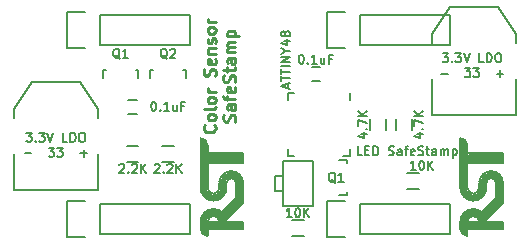
<source format=gbr>
G04 #@! TF.FileFunction,Legend,Top*
%FSLAX46Y46*%
G04 Gerber Fmt 4.6, Leading zero omitted, Abs format (unit mm)*
G04 Created by KiCad (PCBNEW (2015-09-02 BZR 6149, Git 4a56ee4)-product) date 11/10/2015 2:24:38 PM*
%MOMM*%
G01*
G04 APERTURE LIST*
%ADD10C,0.100000*%
%ADD11C,0.190500*%
%ADD12C,0.200000*%
%ADD13C,0.254000*%
%ADD14C,0.150000*%
%ADD15C,0.203200*%
G04 APERTURE END LIST*
D10*
D11*
X73127000Y-56894856D02*
X73127000Y-56531999D01*
X73344714Y-56967428D02*
X72582714Y-56713428D01*
X73344714Y-56459428D01*
X72582714Y-56314285D02*
X72582714Y-55878856D01*
X73344714Y-56096570D02*
X72582714Y-56096570D01*
X72582714Y-55733714D02*
X72582714Y-55298285D01*
X73344714Y-55515999D02*
X72582714Y-55515999D01*
X73344714Y-55044285D02*
X72582714Y-55044285D01*
X73344714Y-54681428D02*
X72582714Y-54681428D01*
X73344714Y-54246000D01*
X72582714Y-54246000D01*
X72981857Y-53738000D02*
X73344714Y-53738000D01*
X72582714Y-53992000D02*
X72981857Y-53738000D01*
X72582714Y-53484000D01*
X72836714Y-52903428D02*
X73344714Y-52903428D01*
X72546429Y-53084857D02*
X73090714Y-53266285D01*
X73090714Y-52794571D01*
X72909286Y-52395428D02*
X72873000Y-52468000D01*
X72836714Y-52504285D01*
X72764143Y-52540571D01*
X72727857Y-52540571D01*
X72655286Y-52504285D01*
X72619000Y-52468000D01*
X72582714Y-52395428D01*
X72582714Y-52250285D01*
X72619000Y-52177714D01*
X72655286Y-52141428D01*
X72727857Y-52105143D01*
X72764143Y-52105143D01*
X72836714Y-52141428D01*
X72873000Y-52177714D01*
X72909286Y-52250285D01*
X72909286Y-52395428D01*
X72945571Y-52468000D01*
X72981857Y-52504285D01*
X73054429Y-52540571D01*
X73199571Y-52540571D01*
X73272143Y-52504285D01*
X73308429Y-52468000D01*
X73344714Y-52395428D01*
X73344714Y-52250285D01*
X73308429Y-52177714D01*
X73272143Y-52141428D01*
X73199571Y-52105143D01*
X73054429Y-52105143D01*
X72981857Y-52141428D01*
X72945571Y-52177714D01*
X72909286Y-52250285D01*
X77177429Y-64917286D02*
X77104857Y-64881000D01*
X77032286Y-64808429D01*
X76923429Y-64699571D01*
X76850857Y-64663286D01*
X76778286Y-64663286D01*
X76814571Y-64844714D02*
X76742000Y-64808429D01*
X76669429Y-64735857D01*
X76633143Y-64590714D01*
X76633143Y-64336714D01*
X76669429Y-64191571D01*
X76742000Y-64119000D01*
X76814571Y-64082714D01*
X76959714Y-64082714D01*
X77032286Y-64119000D01*
X77104857Y-64191571D01*
X77141143Y-64336714D01*
X77141143Y-64590714D01*
X77104857Y-64735857D01*
X77032286Y-64808429D01*
X76959714Y-64844714D01*
X76814571Y-64844714D01*
X77866857Y-64844714D02*
X77431429Y-64844714D01*
X77649143Y-64844714D02*
X77649143Y-64082714D01*
X77576572Y-64191571D01*
X77504000Y-64264143D01*
X77431429Y-64300429D01*
X83973857Y-63844714D02*
X83538429Y-63844714D01*
X83756143Y-63844714D02*
X83756143Y-63082714D01*
X83683572Y-63191571D01*
X83611000Y-63264143D01*
X83538429Y-63300429D01*
X84445571Y-63082714D02*
X84518143Y-63082714D01*
X84590714Y-63119000D01*
X84627000Y-63155286D01*
X84663286Y-63227857D01*
X84699571Y-63373000D01*
X84699571Y-63554429D01*
X84663286Y-63699571D01*
X84627000Y-63772143D01*
X84590714Y-63808429D01*
X84518143Y-63844714D01*
X84445571Y-63844714D01*
X84373000Y-63808429D01*
X84336714Y-63772143D01*
X84300429Y-63699571D01*
X84264143Y-63554429D01*
X84264143Y-63373000D01*
X84300429Y-63227857D01*
X84336714Y-63155286D01*
X84373000Y-63119000D01*
X84445571Y-63082714D01*
X85026143Y-63844714D02*
X85026143Y-63082714D01*
X85461571Y-63844714D02*
X85135000Y-63409286D01*
X85461571Y-63082714D02*
X85026143Y-63518143D01*
X73473857Y-67844714D02*
X73038429Y-67844714D01*
X73256143Y-67844714D02*
X73256143Y-67082714D01*
X73183572Y-67191571D01*
X73111000Y-67264143D01*
X73038429Y-67300429D01*
X73945571Y-67082714D02*
X74018143Y-67082714D01*
X74090714Y-67119000D01*
X74127000Y-67155286D01*
X74163286Y-67227857D01*
X74199571Y-67373000D01*
X74199571Y-67554429D01*
X74163286Y-67699571D01*
X74127000Y-67772143D01*
X74090714Y-67808429D01*
X74018143Y-67844714D01*
X73945571Y-67844714D01*
X73873000Y-67808429D01*
X73836714Y-67772143D01*
X73800429Y-67699571D01*
X73764143Y-67554429D01*
X73764143Y-67373000D01*
X73800429Y-67227857D01*
X73836714Y-67155286D01*
X73873000Y-67119000D01*
X73945571Y-67082714D01*
X74526143Y-67844714D02*
X74526143Y-67082714D01*
X74961571Y-67844714D02*
X74635000Y-67409286D01*
X74961571Y-67082714D02*
X74526143Y-67518143D01*
X84086714Y-60780142D02*
X84594714Y-60780142D01*
X83796429Y-60961571D02*
X84340714Y-61142999D01*
X84340714Y-60671285D01*
X84522143Y-60380999D02*
X84558429Y-60344714D01*
X84594714Y-60380999D01*
X84558429Y-60417285D01*
X84522143Y-60380999D01*
X84594714Y-60380999D01*
X83832714Y-60090714D02*
X83832714Y-59582714D01*
X84594714Y-59909285D01*
X84594714Y-59292428D02*
X83832714Y-59292428D01*
X84594714Y-58857000D02*
X84159286Y-59183571D01*
X83832714Y-58857000D02*
X84268143Y-59292428D01*
X79336714Y-60780142D02*
X79844714Y-60780142D01*
X79046429Y-60961571D02*
X79590714Y-61142999D01*
X79590714Y-60671285D01*
X79772143Y-60380999D02*
X79808429Y-60344714D01*
X79844714Y-60380999D01*
X79808429Y-60417285D01*
X79772143Y-60380999D01*
X79844714Y-60380999D01*
X79082714Y-60090714D02*
X79082714Y-59582714D01*
X79844714Y-59909285D01*
X79844714Y-59292428D02*
X79082714Y-59292428D01*
X79844714Y-58857000D02*
X79409286Y-59183571D01*
X79082714Y-58857000D02*
X79518143Y-59292428D01*
X74248143Y-54082714D02*
X74320715Y-54082714D01*
X74393286Y-54119000D01*
X74429572Y-54155286D01*
X74465858Y-54227857D01*
X74502143Y-54373000D01*
X74502143Y-54554429D01*
X74465858Y-54699571D01*
X74429572Y-54772143D01*
X74393286Y-54808429D01*
X74320715Y-54844714D01*
X74248143Y-54844714D01*
X74175572Y-54808429D01*
X74139286Y-54772143D01*
X74103001Y-54699571D01*
X74066715Y-54554429D01*
X74066715Y-54373000D01*
X74103001Y-54227857D01*
X74139286Y-54155286D01*
X74175572Y-54119000D01*
X74248143Y-54082714D01*
X74828715Y-54772143D02*
X74865000Y-54808429D01*
X74828715Y-54844714D01*
X74792429Y-54808429D01*
X74828715Y-54772143D01*
X74828715Y-54844714D01*
X75590714Y-54844714D02*
X75155286Y-54844714D01*
X75373000Y-54844714D02*
X75373000Y-54082714D01*
X75300429Y-54191571D01*
X75227857Y-54264143D01*
X75155286Y-54300429D01*
X76243857Y-54336714D02*
X76243857Y-54844714D01*
X75917286Y-54336714D02*
X75917286Y-54735857D01*
X75953571Y-54808429D01*
X76026143Y-54844714D01*
X76135000Y-54844714D01*
X76207571Y-54808429D01*
X76243857Y-54772143D01*
X76860715Y-54445571D02*
X76606715Y-54445571D01*
X76606715Y-54844714D02*
X76606715Y-54082714D01*
X76969572Y-54082714D01*
X86246286Y-53954064D02*
X86718000Y-53954064D01*
X86464000Y-54244350D01*
X86572858Y-54244350D01*
X86645429Y-54280636D01*
X86681715Y-54316921D01*
X86718000Y-54389493D01*
X86718000Y-54570921D01*
X86681715Y-54643493D01*
X86645429Y-54679779D01*
X86572858Y-54716064D01*
X86355143Y-54716064D01*
X86282572Y-54679779D01*
X86246286Y-54643493D01*
X87044572Y-54643493D02*
X87080857Y-54679779D01*
X87044572Y-54716064D01*
X87008286Y-54679779D01*
X87044572Y-54643493D01*
X87044572Y-54716064D01*
X87334857Y-53954064D02*
X87806571Y-53954064D01*
X87552571Y-54244350D01*
X87661429Y-54244350D01*
X87734000Y-54280636D01*
X87770286Y-54316921D01*
X87806571Y-54389493D01*
X87806571Y-54570921D01*
X87770286Y-54643493D01*
X87734000Y-54679779D01*
X87661429Y-54716064D01*
X87443714Y-54716064D01*
X87371143Y-54679779D01*
X87334857Y-54643493D01*
X88024285Y-53954064D02*
X88278285Y-54716064D01*
X88532285Y-53954064D01*
X89729714Y-54716064D02*
X89366857Y-54716064D01*
X89366857Y-53954064D01*
X89983714Y-54716064D02*
X89983714Y-53954064D01*
X90165142Y-53954064D01*
X90273999Y-53990350D01*
X90346571Y-54062921D01*
X90382856Y-54135493D01*
X90419142Y-54280636D01*
X90419142Y-54389493D01*
X90382856Y-54534636D01*
X90346571Y-54607207D01*
X90273999Y-54679779D01*
X90165142Y-54716064D01*
X89983714Y-54716064D01*
X90890856Y-53954064D02*
X91035999Y-53954064D01*
X91108571Y-53990350D01*
X91181142Y-54062921D01*
X91217428Y-54208064D01*
X91217428Y-54462064D01*
X91181142Y-54607207D01*
X91108571Y-54679779D01*
X91035999Y-54716064D01*
X90890856Y-54716064D01*
X90818285Y-54679779D01*
X90745714Y-54607207D01*
X90709428Y-54462064D01*
X90709428Y-54208064D01*
X90745714Y-54062921D01*
X90818285Y-53990350D01*
X90890856Y-53954064D01*
X86101144Y-55683079D02*
X86681715Y-55683079D01*
X88133143Y-55211364D02*
X88604857Y-55211364D01*
X88350857Y-55501650D01*
X88459715Y-55501650D01*
X88532286Y-55537936D01*
X88568572Y-55574221D01*
X88604857Y-55646793D01*
X88604857Y-55828221D01*
X88568572Y-55900793D01*
X88532286Y-55937079D01*
X88459715Y-55973364D01*
X88242000Y-55973364D01*
X88169429Y-55937079D01*
X88133143Y-55900793D01*
X88858857Y-55211364D02*
X89330571Y-55211364D01*
X89076571Y-55501650D01*
X89185429Y-55501650D01*
X89258000Y-55537936D01*
X89294286Y-55574221D01*
X89330571Y-55646793D01*
X89330571Y-55828221D01*
X89294286Y-55900793D01*
X89258000Y-55937079D01*
X89185429Y-55973364D01*
X88967714Y-55973364D01*
X88895143Y-55937079D01*
X88858857Y-55900793D01*
X90818285Y-55683079D02*
X91398856Y-55683079D01*
X91108570Y-55973364D02*
X91108570Y-55392793D01*
X50996286Y-60704064D02*
X51468000Y-60704064D01*
X51214000Y-60994350D01*
X51322858Y-60994350D01*
X51395429Y-61030636D01*
X51431715Y-61066921D01*
X51468000Y-61139493D01*
X51468000Y-61320921D01*
X51431715Y-61393493D01*
X51395429Y-61429779D01*
X51322858Y-61466064D01*
X51105143Y-61466064D01*
X51032572Y-61429779D01*
X50996286Y-61393493D01*
X51794572Y-61393493D02*
X51830857Y-61429779D01*
X51794572Y-61466064D01*
X51758286Y-61429779D01*
X51794572Y-61393493D01*
X51794572Y-61466064D01*
X52084857Y-60704064D02*
X52556571Y-60704064D01*
X52302571Y-60994350D01*
X52411429Y-60994350D01*
X52484000Y-61030636D01*
X52520286Y-61066921D01*
X52556571Y-61139493D01*
X52556571Y-61320921D01*
X52520286Y-61393493D01*
X52484000Y-61429779D01*
X52411429Y-61466064D01*
X52193714Y-61466064D01*
X52121143Y-61429779D01*
X52084857Y-61393493D01*
X52774285Y-60704064D02*
X53028285Y-61466064D01*
X53282285Y-60704064D01*
X54479714Y-61466064D02*
X54116857Y-61466064D01*
X54116857Y-60704064D01*
X54733714Y-61466064D02*
X54733714Y-60704064D01*
X54915142Y-60704064D01*
X55023999Y-60740350D01*
X55096571Y-60812921D01*
X55132856Y-60885493D01*
X55169142Y-61030636D01*
X55169142Y-61139493D01*
X55132856Y-61284636D01*
X55096571Y-61357207D01*
X55023999Y-61429779D01*
X54915142Y-61466064D01*
X54733714Y-61466064D01*
X55640856Y-60704064D02*
X55785999Y-60704064D01*
X55858571Y-60740350D01*
X55931142Y-60812921D01*
X55967428Y-60958064D01*
X55967428Y-61212064D01*
X55931142Y-61357207D01*
X55858571Y-61429779D01*
X55785999Y-61466064D01*
X55640856Y-61466064D01*
X55568285Y-61429779D01*
X55495714Y-61357207D01*
X55459428Y-61212064D01*
X55459428Y-60958064D01*
X55495714Y-60812921D01*
X55568285Y-60740350D01*
X55640856Y-60704064D01*
X50851144Y-62433079D02*
X51431715Y-62433079D01*
X52883143Y-61961364D02*
X53354857Y-61961364D01*
X53100857Y-62251650D01*
X53209715Y-62251650D01*
X53282286Y-62287936D01*
X53318572Y-62324221D01*
X53354857Y-62396793D01*
X53354857Y-62578221D01*
X53318572Y-62650793D01*
X53282286Y-62687079D01*
X53209715Y-62723364D01*
X52992000Y-62723364D01*
X52919429Y-62687079D01*
X52883143Y-62650793D01*
X53608857Y-61961364D02*
X54080571Y-61961364D01*
X53826571Y-62251650D01*
X53935429Y-62251650D01*
X54008000Y-62287936D01*
X54044286Y-62324221D01*
X54080571Y-62396793D01*
X54080571Y-62578221D01*
X54044286Y-62650793D01*
X54008000Y-62687079D01*
X53935429Y-62723364D01*
X53717714Y-62723364D01*
X53645143Y-62687079D01*
X53608857Y-62650793D01*
X55568285Y-62433079D02*
X56148856Y-62433079D01*
X55858570Y-62723364D02*
X55858570Y-62142793D01*
X62927429Y-54417286D02*
X62854857Y-54381000D01*
X62782286Y-54308429D01*
X62673429Y-54199571D01*
X62600857Y-54163286D01*
X62528286Y-54163286D01*
X62564571Y-54344714D02*
X62492000Y-54308429D01*
X62419429Y-54235857D01*
X62383143Y-54090714D01*
X62383143Y-53836714D01*
X62419429Y-53691571D01*
X62492000Y-53619000D01*
X62564571Y-53582714D01*
X62709714Y-53582714D01*
X62782286Y-53619000D01*
X62854857Y-53691571D01*
X62891143Y-53836714D01*
X62891143Y-54090714D01*
X62854857Y-54235857D01*
X62782286Y-54308429D01*
X62709714Y-54344714D01*
X62564571Y-54344714D01*
X63181429Y-53655286D02*
X63217715Y-53619000D01*
X63290286Y-53582714D01*
X63471715Y-53582714D01*
X63544286Y-53619000D01*
X63580572Y-53655286D01*
X63616857Y-53727857D01*
X63616857Y-53800429D01*
X63580572Y-53909286D01*
X63145143Y-54344714D01*
X63616857Y-54344714D01*
X58927429Y-54417286D02*
X58854857Y-54381000D01*
X58782286Y-54308429D01*
X58673429Y-54199571D01*
X58600857Y-54163286D01*
X58528286Y-54163286D01*
X58564571Y-54344714D02*
X58492000Y-54308429D01*
X58419429Y-54235857D01*
X58383143Y-54090714D01*
X58383143Y-53836714D01*
X58419429Y-53691571D01*
X58492000Y-53619000D01*
X58564571Y-53582714D01*
X58709714Y-53582714D01*
X58782286Y-53619000D01*
X58854857Y-53691571D01*
X58891143Y-53836714D01*
X58891143Y-54090714D01*
X58854857Y-54235857D01*
X58782286Y-54308429D01*
X58709714Y-54344714D01*
X58564571Y-54344714D01*
X59616857Y-54344714D02*
X59181429Y-54344714D01*
X59399143Y-54344714D02*
X59399143Y-53582714D01*
X59326572Y-53691571D01*
X59254000Y-53764143D01*
X59181429Y-53800429D01*
X61748143Y-58082714D02*
X61820715Y-58082714D01*
X61893286Y-58119000D01*
X61929572Y-58155286D01*
X61965858Y-58227857D01*
X62002143Y-58373000D01*
X62002143Y-58554429D01*
X61965858Y-58699571D01*
X61929572Y-58772143D01*
X61893286Y-58808429D01*
X61820715Y-58844714D01*
X61748143Y-58844714D01*
X61675572Y-58808429D01*
X61639286Y-58772143D01*
X61603001Y-58699571D01*
X61566715Y-58554429D01*
X61566715Y-58373000D01*
X61603001Y-58227857D01*
X61639286Y-58155286D01*
X61675572Y-58119000D01*
X61748143Y-58082714D01*
X62328715Y-58772143D02*
X62365000Y-58808429D01*
X62328715Y-58844714D01*
X62292429Y-58808429D01*
X62328715Y-58772143D01*
X62328715Y-58844714D01*
X63090714Y-58844714D02*
X62655286Y-58844714D01*
X62873000Y-58844714D02*
X62873000Y-58082714D01*
X62800429Y-58191571D01*
X62727857Y-58264143D01*
X62655286Y-58300429D01*
X63743857Y-58336714D02*
X63743857Y-58844714D01*
X63417286Y-58336714D02*
X63417286Y-58735857D01*
X63453571Y-58808429D01*
X63526143Y-58844714D01*
X63635000Y-58844714D01*
X63707571Y-58808429D01*
X63743857Y-58772143D01*
X64360715Y-58445571D02*
X64106715Y-58445571D01*
X64106715Y-58844714D02*
X64106715Y-58082714D01*
X64469572Y-58082714D01*
X61857001Y-63405286D02*
X61893287Y-63369000D01*
X61965858Y-63332714D01*
X62147287Y-63332714D01*
X62219858Y-63369000D01*
X62256144Y-63405286D01*
X62292429Y-63477857D01*
X62292429Y-63550429D01*
X62256144Y-63659286D01*
X61820715Y-64094714D01*
X62292429Y-64094714D01*
X62619001Y-64022143D02*
X62655286Y-64058429D01*
X62619001Y-64094714D01*
X62582715Y-64058429D01*
X62619001Y-64022143D01*
X62619001Y-64094714D01*
X62945572Y-63405286D02*
X62981858Y-63369000D01*
X63054429Y-63332714D01*
X63235858Y-63332714D01*
X63308429Y-63369000D01*
X63344715Y-63405286D01*
X63381000Y-63477857D01*
X63381000Y-63550429D01*
X63344715Y-63659286D01*
X62909286Y-64094714D01*
X63381000Y-64094714D01*
X63707572Y-64094714D02*
X63707572Y-63332714D01*
X64143000Y-64094714D02*
X63816429Y-63659286D01*
X64143000Y-63332714D02*
X63707572Y-63768143D01*
X58857001Y-63405286D02*
X58893287Y-63369000D01*
X58965858Y-63332714D01*
X59147287Y-63332714D01*
X59219858Y-63369000D01*
X59256144Y-63405286D01*
X59292429Y-63477857D01*
X59292429Y-63550429D01*
X59256144Y-63659286D01*
X58820715Y-64094714D01*
X59292429Y-64094714D01*
X59619001Y-64022143D02*
X59655286Y-64058429D01*
X59619001Y-64094714D01*
X59582715Y-64058429D01*
X59619001Y-64022143D01*
X59619001Y-64094714D01*
X59945572Y-63405286D02*
X59981858Y-63369000D01*
X60054429Y-63332714D01*
X60235858Y-63332714D01*
X60308429Y-63369000D01*
X60344715Y-63405286D01*
X60381000Y-63477857D01*
X60381000Y-63550429D01*
X60344715Y-63659286D01*
X59909286Y-64094714D01*
X60381000Y-64094714D01*
X60707572Y-64094714D02*
X60707572Y-63332714D01*
X61143000Y-64094714D02*
X60816429Y-63659286D01*
X61143000Y-63332714D02*
X60707572Y-63768143D01*
X79440000Y-62594714D02*
X79077143Y-62594714D01*
X79077143Y-61832714D01*
X79694000Y-62195571D02*
X79948000Y-62195571D01*
X80056857Y-62594714D02*
X79694000Y-62594714D01*
X79694000Y-61832714D01*
X80056857Y-61832714D01*
X80383429Y-62594714D02*
X80383429Y-61832714D01*
X80564857Y-61832714D01*
X80673714Y-61869000D01*
X80746286Y-61941571D01*
X80782571Y-62014143D01*
X80818857Y-62159286D01*
X80818857Y-62268143D01*
X80782571Y-62413286D01*
X80746286Y-62485857D01*
X80673714Y-62558429D01*
X80564857Y-62594714D01*
X80383429Y-62594714D01*
X81689714Y-62558429D02*
X81798571Y-62594714D01*
X81980000Y-62594714D01*
X82052571Y-62558429D01*
X82088857Y-62522143D01*
X82125142Y-62449571D01*
X82125142Y-62377000D01*
X82088857Y-62304429D01*
X82052571Y-62268143D01*
X81980000Y-62231857D01*
X81834857Y-62195571D01*
X81762285Y-62159286D01*
X81726000Y-62123000D01*
X81689714Y-62050429D01*
X81689714Y-61977857D01*
X81726000Y-61905286D01*
X81762285Y-61869000D01*
X81834857Y-61832714D01*
X82016285Y-61832714D01*
X82125142Y-61869000D01*
X82778285Y-62594714D02*
X82778285Y-62195571D01*
X82741999Y-62123000D01*
X82669428Y-62086714D01*
X82524285Y-62086714D01*
X82451714Y-62123000D01*
X82778285Y-62558429D02*
X82705714Y-62594714D01*
X82524285Y-62594714D01*
X82451714Y-62558429D01*
X82415428Y-62485857D01*
X82415428Y-62413286D01*
X82451714Y-62340714D01*
X82524285Y-62304429D01*
X82705714Y-62304429D01*
X82778285Y-62268143D01*
X83032285Y-62086714D02*
X83322571Y-62086714D01*
X83141143Y-62594714D02*
X83141143Y-61941571D01*
X83177428Y-61869000D01*
X83250000Y-61832714D01*
X83322571Y-61832714D01*
X83866857Y-62558429D02*
X83794286Y-62594714D01*
X83649143Y-62594714D01*
X83576572Y-62558429D01*
X83540286Y-62485857D01*
X83540286Y-62195571D01*
X83576572Y-62123000D01*
X83649143Y-62086714D01*
X83794286Y-62086714D01*
X83866857Y-62123000D01*
X83903143Y-62195571D01*
X83903143Y-62268143D01*
X83540286Y-62340714D01*
X84193429Y-62558429D02*
X84302286Y-62594714D01*
X84483715Y-62594714D01*
X84556286Y-62558429D01*
X84592572Y-62522143D01*
X84628857Y-62449571D01*
X84628857Y-62377000D01*
X84592572Y-62304429D01*
X84556286Y-62268143D01*
X84483715Y-62231857D01*
X84338572Y-62195571D01*
X84266000Y-62159286D01*
X84229715Y-62123000D01*
X84193429Y-62050429D01*
X84193429Y-61977857D01*
X84229715Y-61905286D01*
X84266000Y-61869000D01*
X84338572Y-61832714D01*
X84520000Y-61832714D01*
X84628857Y-61869000D01*
X84846571Y-62086714D02*
X85136857Y-62086714D01*
X84955429Y-61832714D02*
X84955429Y-62485857D01*
X84991714Y-62558429D01*
X85064286Y-62594714D01*
X85136857Y-62594714D01*
X85717429Y-62594714D02*
X85717429Y-62195571D01*
X85681143Y-62123000D01*
X85608572Y-62086714D01*
X85463429Y-62086714D01*
X85390858Y-62123000D01*
X85717429Y-62558429D02*
X85644858Y-62594714D01*
X85463429Y-62594714D01*
X85390858Y-62558429D01*
X85354572Y-62485857D01*
X85354572Y-62413286D01*
X85390858Y-62340714D01*
X85463429Y-62304429D01*
X85644858Y-62304429D01*
X85717429Y-62268143D01*
X86080287Y-62594714D02*
X86080287Y-62086714D01*
X86080287Y-62159286D02*
X86116572Y-62123000D01*
X86189144Y-62086714D01*
X86298001Y-62086714D01*
X86370572Y-62123000D01*
X86406858Y-62195571D01*
X86406858Y-62594714D01*
X86406858Y-62195571D02*
X86443144Y-62123000D01*
X86515715Y-62086714D01*
X86624572Y-62086714D01*
X86697144Y-62123000D01*
X86733429Y-62195571D01*
X86733429Y-62594714D01*
X87096287Y-62086714D02*
X87096287Y-62848714D01*
X87096287Y-62123000D02*
X87168858Y-62086714D01*
X87314001Y-62086714D01*
X87386572Y-62123000D01*
X87422858Y-62159286D01*
X87459144Y-62231857D01*
X87459144Y-62449571D01*
X87422858Y-62522143D01*
X87386572Y-62558429D01*
X87314001Y-62594714D01*
X87168858Y-62594714D01*
X87096287Y-62558429D01*
D12*
X91350000Y-66650000D02*
X91350000Y-64950000D01*
X91350000Y-64950000D02*
G75*
G03X90350000Y-63950000I-1000000J0D01*
G01*
X90450000Y-63950000D02*
G75*
G03X89350000Y-64850000I-100000J-1000000D01*
G01*
X90750000Y-64950000D02*
G75*
G03X90350000Y-64550000I-400000J0D01*
G01*
X90350000Y-64550000D02*
G75*
G03X89950000Y-64950000I0J-400000D01*
G01*
X89350000Y-64950000D02*
X89350000Y-65350000D01*
X88850000Y-65850000D02*
G75*
G03X89350000Y-65350000I0J500000D01*
G01*
X88350000Y-65350000D02*
G75*
G03X88850000Y-65850000I500000J0D01*
G01*
X88850000Y-66450000D02*
G75*
G03X89950000Y-65350000I0J1100000D01*
G01*
X87750000Y-65350000D02*
G75*
G03X88850000Y-66450000I1100000J0D01*
G01*
X89950000Y-65350000D02*
X89950000Y-64950000D01*
X90750000Y-64950000D02*
X90750000Y-66250000D01*
X90750000Y-66250000D02*
X89650000Y-67350000D01*
X88850000Y-67150000D02*
G75*
G03X87750000Y-68250000I0J-1100000D01*
G01*
X89593149Y-67438995D02*
G75*
G03X88850000Y-67150000I-743149J-811005D01*
G01*
X88850000Y-67750000D02*
G75*
G03X88350000Y-68250000I0J-500000D01*
G01*
X89350000Y-68250000D02*
G75*
G03X88850000Y-67750000I-500000J0D01*
G01*
X91350000Y-66650000D02*
X89850000Y-68150000D01*
X89850000Y-68150000D02*
X89850000Y-68250000D01*
X89850000Y-68250000D02*
X91350000Y-68250000D01*
X91350000Y-68250000D02*
X91350000Y-68850000D01*
X91350000Y-68850000D02*
X88350000Y-68850000D01*
X88350000Y-68850000D02*
X88350000Y-69350000D01*
X87750000Y-68250000D02*
X87750000Y-68850000D01*
X87750000Y-68850000D02*
G75*
G03X88350000Y-69450000I600000J0D01*
G01*
X88350000Y-68250000D02*
X89350000Y-68250000D01*
X88250000Y-69350000D02*
X88250000Y-67450000D01*
X88250000Y-67450000D02*
X88150000Y-67550000D01*
X88150000Y-67550000D02*
X88150000Y-69350000D01*
X88150000Y-69350000D02*
X88050000Y-69250000D01*
X88050000Y-69250000D02*
X88050000Y-67650000D01*
X88050000Y-67650000D02*
X87950000Y-67750000D01*
X87950000Y-67750000D02*
X87950000Y-69150000D01*
X87950000Y-69150000D02*
X87850000Y-69050000D01*
X87850000Y-69050000D02*
X87850000Y-68050000D01*
X88250000Y-68750000D02*
X91250000Y-68750000D01*
X91250000Y-68750000D02*
X91250000Y-68650000D01*
X91250000Y-68650000D02*
X88350000Y-68650000D01*
X88350000Y-68650000D02*
X88350000Y-68550000D01*
X88350000Y-68550000D02*
X91250000Y-68550000D01*
X91250000Y-68550000D02*
X91250000Y-68450000D01*
X91250000Y-68450000D02*
X88350000Y-68450000D01*
X88350000Y-68450000D02*
X88350000Y-68350000D01*
X88350000Y-68350000D02*
X91350000Y-68350000D01*
X88350000Y-67950000D02*
X88350000Y-67450000D01*
X88350000Y-67450000D02*
X88450000Y-67350000D01*
X88450000Y-67350000D02*
X88450000Y-67750000D01*
X88550000Y-67350000D02*
X88550000Y-67750000D01*
X88550000Y-67750000D02*
X88650000Y-67650000D01*
X88650000Y-67650000D02*
X88650000Y-67250000D01*
X88650000Y-67250000D02*
X88750000Y-67250000D01*
X88750000Y-67250000D02*
X88750000Y-67650000D01*
X88750000Y-67650000D02*
X88850000Y-67650000D01*
X88850000Y-67650000D02*
X88850000Y-67250000D01*
X88850000Y-67250000D02*
X88950000Y-67250000D01*
X88950000Y-67250000D02*
X88950000Y-67650000D01*
X88950000Y-67650000D02*
X89050000Y-67650000D01*
X89050000Y-67650000D02*
X89050000Y-67250000D01*
X89050000Y-67250000D02*
X89150000Y-67250000D01*
X89150000Y-67250000D02*
X89150000Y-67750000D01*
X89150000Y-67750000D02*
X89250000Y-67850000D01*
X89250000Y-67850000D02*
X89250000Y-67350000D01*
X89250000Y-67350000D02*
X89350000Y-67450000D01*
X89350000Y-67450000D02*
X89350000Y-67950000D01*
X89350000Y-67950000D02*
X89350000Y-68250000D01*
X89350000Y-68250000D02*
X89450000Y-68250000D01*
X89450000Y-68250000D02*
X89450000Y-67450000D01*
X89450000Y-67450000D02*
X89550000Y-67450000D01*
X89550000Y-67450000D02*
X89550000Y-68250000D01*
X89550000Y-68250000D02*
X89650000Y-68250000D01*
X89650000Y-68250000D02*
X89650000Y-67450000D01*
X89650000Y-67450000D02*
X89750000Y-67350000D01*
X89750000Y-67350000D02*
X89750000Y-68050000D01*
X89750000Y-68050000D02*
X89850000Y-67950000D01*
X89850000Y-67950000D02*
X89850000Y-67250000D01*
X89850000Y-67250000D02*
X89950000Y-67150000D01*
X89950000Y-67150000D02*
X89950000Y-67950000D01*
X89950000Y-67950000D02*
X90050000Y-67850000D01*
X90050000Y-67850000D02*
X90050000Y-67050000D01*
X90050000Y-67050000D02*
X90150000Y-66950000D01*
X90150000Y-66950000D02*
X90150000Y-67750000D01*
X90150000Y-67750000D02*
X90250000Y-67650000D01*
X90250000Y-67650000D02*
X90250000Y-66850000D01*
X90250000Y-66850000D02*
X90350000Y-66750000D01*
X90350000Y-66750000D02*
X90350000Y-67550000D01*
X90350000Y-67550000D02*
X90450000Y-67450000D01*
X90450000Y-67450000D02*
X90450000Y-66650000D01*
X90450000Y-66650000D02*
X90550000Y-66550000D01*
X90550000Y-66550000D02*
X90550000Y-67350000D01*
X90550000Y-67350000D02*
X90650000Y-67250000D01*
X90650000Y-67250000D02*
X90650000Y-66450000D01*
X90650000Y-66450000D02*
X90750000Y-66350000D01*
X90750000Y-66350000D02*
X90750000Y-67050000D01*
X90750000Y-67050000D02*
X90850000Y-67050000D01*
X90850000Y-66950000D02*
X90850000Y-64250000D01*
X90850000Y-64250000D02*
X90950000Y-64250000D01*
X90950000Y-64250000D02*
X90950000Y-66850000D01*
X90950000Y-66850000D02*
X91050000Y-66750000D01*
X91050000Y-66750000D02*
X91050000Y-64350000D01*
X91050000Y-64350000D02*
X91250000Y-64550000D01*
X91150000Y-66750000D02*
X91150000Y-64550000D01*
X91150000Y-64550000D02*
X91250000Y-64650000D01*
X91250000Y-64650000D02*
X91250000Y-66650000D01*
X91250000Y-66650000D02*
X91150000Y-66650000D01*
X88350000Y-65350000D02*
X88350000Y-63250000D01*
X88350000Y-63250000D02*
X91350000Y-63250000D01*
X91350000Y-63250000D02*
X91350000Y-62450000D01*
X91350000Y-62450000D02*
X88350000Y-62450000D01*
X90750000Y-64650000D02*
X90750000Y-64150000D01*
X90750000Y-64150000D02*
X90650000Y-64050000D01*
X90650000Y-64050000D02*
X90650000Y-64550000D01*
X90650000Y-64550000D02*
X90550000Y-64450000D01*
X90550000Y-64450000D02*
X90550000Y-64050000D01*
X90550000Y-64050000D02*
X90450000Y-64050000D01*
X90450000Y-64050000D02*
X90450000Y-64450000D01*
X90450000Y-64450000D02*
X90350000Y-64450000D01*
X90350000Y-64450000D02*
X90350000Y-64050000D01*
X90350000Y-64050000D02*
X90250000Y-64050000D01*
X90250000Y-64050000D02*
X90250000Y-64550000D01*
X90250000Y-64550000D02*
X90150000Y-64550000D01*
X90150000Y-64550000D02*
X90150000Y-64050000D01*
X90150000Y-64050000D02*
X90050000Y-64050000D01*
X90050000Y-64050000D02*
X90050000Y-64550000D01*
X90050000Y-64550000D02*
X89950000Y-64650000D01*
X89950000Y-64650000D02*
X89950000Y-64150000D01*
X89950000Y-64150000D02*
X89850000Y-64250000D01*
X89850000Y-64250000D02*
X89850000Y-65650000D01*
X89850000Y-65650000D02*
X89750000Y-65750000D01*
X89750000Y-65750000D02*
X89750000Y-64250000D01*
X89750000Y-64250000D02*
X89650000Y-64350000D01*
X89650000Y-64350000D02*
X89650000Y-65950000D01*
X89650000Y-65950000D02*
X89550000Y-66050000D01*
X89550000Y-66050000D02*
X89550000Y-64650000D01*
X89550000Y-64650000D02*
X89450000Y-64750000D01*
X89450000Y-64750000D02*
X89450000Y-66150000D01*
X89450000Y-66150000D02*
X89350000Y-66250000D01*
X89350000Y-66250000D02*
X89350000Y-65650000D01*
X89350000Y-65650000D02*
X89250000Y-65750000D01*
X89250000Y-65750000D02*
X89250000Y-66250000D01*
X89250000Y-66250000D02*
X89150000Y-66350000D01*
X89150000Y-66350000D02*
X89150000Y-65850000D01*
X89150000Y-65850000D02*
X89050000Y-65950000D01*
X89050000Y-65950000D02*
X89050000Y-66350000D01*
X89050000Y-66350000D02*
X88950000Y-66350000D01*
X88950000Y-66350000D02*
X88950000Y-65950000D01*
X88950000Y-65950000D02*
X88850000Y-65950000D01*
X88850000Y-65950000D02*
X88850000Y-66350000D01*
X88850000Y-66350000D02*
X88750000Y-66350000D01*
X88750000Y-66350000D02*
X88750000Y-65950000D01*
X88750000Y-65950000D02*
X88650000Y-65950000D01*
X88650000Y-65950000D02*
X88650000Y-66350000D01*
X88650000Y-66350000D02*
X88550000Y-66350000D01*
X88550000Y-66350000D02*
X88550000Y-65850000D01*
X88550000Y-65850000D02*
X88450000Y-65750000D01*
X88450000Y-65750000D02*
X88450000Y-66250000D01*
X88450000Y-66250000D02*
X88350000Y-66250000D01*
X88350000Y-66250000D02*
X88350000Y-65650000D01*
X88250000Y-66150000D02*
X88150000Y-66050000D01*
X88050000Y-65950000D02*
X87950000Y-65850000D01*
X88450000Y-63150000D02*
X91250000Y-63150000D01*
X91250000Y-63150000D02*
X91250000Y-63050000D01*
X91250000Y-63050000D02*
X88450000Y-63050000D01*
X88450000Y-63050000D02*
X88450000Y-62950000D01*
X88450000Y-62950000D02*
X91250000Y-62950000D01*
X91250000Y-62950000D02*
X91250000Y-62850000D01*
X91250000Y-62850000D02*
X88450000Y-62850000D01*
X88450000Y-62850000D02*
X88450000Y-62750000D01*
X88450000Y-62750000D02*
X91250000Y-62750000D01*
X91250000Y-62750000D02*
X91250000Y-62650000D01*
X91250000Y-62650000D02*
X88450000Y-62650000D01*
X88450000Y-62650000D02*
X88450000Y-62550000D01*
X88450000Y-62550000D02*
X91250000Y-62550000D01*
X88350000Y-63250000D02*
X88350000Y-61750000D01*
X87750000Y-65350000D02*
X87750000Y-61750000D01*
X87750000Y-61750000D02*
X87850000Y-61750000D01*
X88350000Y-61750000D02*
G75*
G03X87750000Y-61150000I-600000J0D01*
G01*
X87750000Y-61150000D02*
X87750000Y-61750000D01*
X88250000Y-66150000D02*
X88250000Y-61750000D01*
X88250000Y-61750000D02*
X88250000Y-61650000D01*
X88250000Y-61650000D02*
X88150000Y-61550000D01*
X88150000Y-61550000D02*
X88150000Y-65950000D01*
X88150000Y-65950000D02*
X88050000Y-65850000D01*
X88050000Y-65850000D02*
X88050000Y-61350000D01*
X88050000Y-61350000D02*
X87950000Y-61250000D01*
X87950000Y-61250000D02*
X87950000Y-65750000D01*
X87950000Y-65750000D02*
X87850000Y-65650000D01*
X87850000Y-65650000D02*
X87850000Y-61250000D01*
X87850000Y-61250000D02*
X87850000Y-61450000D01*
D13*
X66924657Y-60036570D02*
X66973038Y-60084951D01*
X67021419Y-60230094D01*
X67021419Y-60326856D01*
X66973038Y-60471998D01*
X66876276Y-60568760D01*
X66779514Y-60617141D01*
X66585990Y-60665522D01*
X66440848Y-60665522D01*
X66247324Y-60617141D01*
X66150562Y-60568760D01*
X66053800Y-60471998D01*
X66005419Y-60326856D01*
X66005419Y-60230094D01*
X66053800Y-60084951D01*
X66102181Y-60036570D01*
X67021419Y-59455998D02*
X66973038Y-59552760D01*
X66924657Y-59601141D01*
X66827895Y-59649522D01*
X66537610Y-59649522D01*
X66440848Y-59601141D01*
X66392467Y-59552760D01*
X66344086Y-59455998D01*
X66344086Y-59310856D01*
X66392467Y-59214094D01*
X66440848Y-59165713D01*
X66537610Y-59117332D01*
X66827895Y-59117332D01*
X66924657Y-59165713D01*
X66973038Y-59214094D01*
X67021419Y-59310856D01*
X67021419Y-59455998D01*
X67021419Y-58536760D02*
X66973038Y-58633522D01*
X66876276Y-58681903D01*
X66005419Y-58681903D01*
X67021419Y-58004570D02*
X66973038Y-58101332D01*
X66924657Y-58149713D01*
X66827895Y-58198094D01*
X66537610Y-58198094D01*
X66440848Y-58149713D01*
X66392467Y-58101332D01*
X66344086Y-58004570D01*
X66344086Y-57859428D01*
X66392467Y-57762666D01*
X66440848Y-57714285D01*
X66537610Y-57665904D01*
X66827895Y-57665904D01*
X66924657Y-57714285D01*
X66973038Y-57762666D01*
X67021419Y-57859428D01*
X67021419Y-58004570D01*
X67021419Y-57230475D02*
X66344086Y-57230475D01*
X66537610Y-57230475D02*
X66440848Y-57182094D01*
X66392467Y-57133713D01*
X66344086Y-57036951D01*
X66344086Y-56940190D01*
X66973038Y-55875809D02*
X67021419Y-55730666D01*
X67021419Y-55488762D01*
X66973038Y-55392000D01*
X66924657Y-55343619D01*
X66827895Y-55295238D01*
X66731133Y-55295238D01*
X66634371Y-55343619D01*
X66585990Y-55392000D01*
X66537610Y-55488762D01*
X66489229Y-55682285D01*
X66440848Y-55779047D01*
X66392467Y-55827428D01*
X66295705Y-55875809D01*
X66198943Y-55875809D01*
X66102181Y-55827428D01*
X66053800Y-55779047D01*
X66005419Y-55682285D01*
X66005419Y-55440381D01*
X66053800Y-55295238D01*
X66973038Y-54472762D02*
X67021419Y-54569524D01*
X67021419Y-54763047D01*
X66973038Y-54859809D01*
X66876276Y-54908190D01*
X66489229Y-54908190D01*
X66392467Y-54859809D01*
X66344086Y-54763047D01*
X66344086Y-54569524D01*
X66392467Y-54472762D01*
X66489229Y-54424381D01*
X66585990Y-54424381D01*
X66682752Y-54908190D01*
X66344086Y-53988952D02*
X67021419Y-53988952D01*
X66440848Y-53988952D02*
X66392467Y-53940571D01*
X66344086Y-53843809D01*
X66344086Y-53698667D01*
X66392467Y-53601905D01*
X66489229Y-53553524D01*
X67021419Y-53553524D01*
X66973038Y-53118095D02*
X67021419Y-53021333D01*
X67021419Y-52827809D01*
X66973038Y-52731048D01*
X66876276Y-52682667D01*
X66827895Y-52682667D01*
X66731133Y-52731048D01*
X66682752Y-52827809D01*
X66682752Y-52972952D01*
X66634371Y-53069714D01*
X66537610Y-53118095D01*
X66489229Y-53118095D01*
X66392467Y-53069714D01*
X66344086Y-52972952D01*
X66344086Y-52827809D01*
X66392467Y-52731048D01*
X67021419Y-52102095D02*
X66973038Y-52198857D01*
X66924657Y-52247238D01*
X66827895Y-52295619D01*
X66537610Y-52295619D01*
X66440848Y-52247238D01*
X66392467Y-52198857D01*
X66344086Y-52102095D01*
X66344086Y-51956953D01*
X66392467Y-51860191D01*
X66440848Y-51811810D01*
X66537610Y-51763429D01*
X66827895Y-51763429D01*
X66924657Y-51811810D01*
X66973038Y-51860191D01*
X67021419Y-51956953D01*
X67021419Y-52102095D01*
X67021419Y-51328000D02*
X66344086Y-51328000D01*
X66537610Y-51328000D02*
X66440848Y-51279619D01*
X66392467Y-51231238D01*
X66344086Y-51134476D01*
X66344086Y-51037715D01*
X68649438Y-59746285D02*
X68697819Y-59601142D01*
X68697819Y-59359238D01*
X68649438Y-59262476D01*
X68601057Y-59214095D01*
X68504295Y-59165714D01*
X68407533Y-59165714D01*
X68310771Y-59214095D01*
X68262390Y-59262476D01*
X68214010Y-59359238D01*
X68165629Y-59552761D01*
X68117248Y-59649523D01*
X68068867Y-59697904D01*
X67972105Y-59746285D01*
X67875343Y-59746285D01*
X67778581Y-59697904D01*
X67730200Y-59649523D01*
X67681819Y-59552761D01*
X67681819Y-59310857D01*
X67730200Y-59165714D01*
X68697819Y-58294857D02*
X68165629Y-58294857D01*
X68068867Y-58343238D01*
X68020486Y-58440000D01*
X68020486Y-58633523D01*
X68068867Y-58730285D01*
X68649438Y-58294857D02*
X68697819Y-58391619D01*
X68697819Y-58633523D01*
X68649438Y-58730285D01*
X68552676Y-58778666D01*
X68455914Y-58778666D01*
X68359152Y-58730285D01*
X68310771Y-58633523D01*
X68310771Y-58391619D01*
X68262390Y-58294857D01*
X68020486Y-57956190D02*
X68020486Y-57569142D01*
X68697819Y-57811047D02*
X67826962Y-57811047D01*
X67730200Y-57762666D01*
X67681819Y-57665904D01*
X67681819Y-57569142D01*
X68649438Y-56843429D02*
X68697819Y-56940191D01*
X68697819Y-57133714D01*
X68649438Y-57230476D01*
X68552676Y-57278857D01*
X68165629Y-57278857D01*
X68068867Y-57230476D01*
X68020486Y-57133714D01*
X68020486Y-56940191D01*
X68068867Y-56843429D01*
X68165629Y-56795048D01*
X68262390Y-56795048D01*
X68359152Y-57278857D01*
X68649438Y-56408000D02*
X68697819Y-56262857D01*
X68697819Y-56020953D01*
X68649438Y-55924191D01*
X68601057Y-55875810D01*
X68504295Y-55827429D01*
X68407533Y-55827429D01*
X68310771Y-55875810D01*
X68262390Y-55924191D01*
X68214010Y-56020953D01*
X68165629Y-56214476D01*
X68117248Y-56311238D01*
X68068867Y-56359619D01*
X67972105Y-56408000D01*
X67875343Y-56408000D01*
X67778581Y-56359619D01*
X67730200Y-56311238D01*
X67681819Y-56214476D01*
X67681819Y-55972572D01*
X67730200Y-55827429D01*
X68020486Y-55537143D02*
X68020486Y-55150095D01*
X67681819Y-55392000D02*
X68552676Y-55392000D01*
X68649438Y-55343619D01*
X68697819Y-55246857D01*
X68697819Y-55150095D01*
X68697819Y-54376001D02*
X68165629Y-54376001D01*
X68068867Y-54424382D01*
X68020486Y-54521144D01*
X68020486Y-54714667D01*
X68068867Y-54811429D01*
X68649438Y-54376001D02*
X68697819Y-54472763D01*
X68697819Y-54714667D01*
X68649438Y-54811429D01*
X68552676Y-54859810D01*
X68455914Y-54859810D01*
X68359152Y-54811429D01*
X68310771Y-54714667D01*
X68310771Y-54472763D01*
X68262390Y-54376001D01*
X68697819Y-53892191D02*
X68020486Y-53892191D01*
X68117248Y-53892191D02*
X68068867Y-53843810D01*
X68020486Y-53747048D01*
X68020486Y-53601906D01*
X68068867Y-53505144D01*
X68165629Y-53456763D01*
X68697819Y-53456763D01*
X68165629Y-53456763D02*
X68068867Y-53408382D01*
X68020486Y-53311620D01*
X68020486Y-53166477D01*
X68068867Y-53069715D01*
X68165629Y-53021334D01*
X68697819Y-53021334D01*
X68020486Y-52537524D02*
X69036486Y-52537524D01*
X68068867Y-52537524D02*
X68020486Y-52440762D01*
X68020486Y-52247239D01*
X68068867Y-52150477D01*
X68117248Y-52102096D01*
X68214010Y-52053715D01*
X68504295Y-52053715D01*
X68601057Y-52102096D01*
X68649438Y-52150477D01*
X68697819Y-52247239D01*
X68697819Y-52440762D01*
X68649438Y-52537524D01*
D12*
X65850000Y-61250000D02*
X65850000Y-61450000D01*
X65850000Y-65650000D02*
X65850000Y-61250000D01*
X65950000Y-65750000D02*
X65850000Y-65650000D01*
X65950000Y-61250000D02*
X65950000Y-65750000D01*
X66050000Y-61350000D02*
X65950000Y-61250000D01*
X66050000Y-65850000D02*
X66050000Y-61350000D01*
X66150000Y-65950000D02*
X66050000Y-65850000D01*
X66150000Y-61550000D02*
X66150000Y-65950000D01*
X66250000Y-61650000D02*
X66150000Y-61550000D01*
X66250000Y-61750000D02*
X66250000Y-61650000D01*
X66250000Y-66150000D02*
X66250000Y-61750000D01*
X65750000Y-61150000D02*
X65750000Y-61750000D01*
X66350000Y-61750000D02*
G75*
G03X65750000Y-61150000I-600000J0D01*
G01*
X65750000Y-61750000D02*
X65850000Y-61750000D01*
X65750000Y-65350000D02*
X65750000Y-61750000D01*
X66350000Y-63250000D02*
X66350000Y-61750000D01*
X66450000Y-62550000D02*
X69250000Y-62550000D01*
X66450000Y-62650000D02*
X66450000Y-62550000D01*
X69250000Y-62650000D02*
X66450000Y-62650000D01*
X69250000Y-62750000D02*
X69250000Y-62650000D01*
X66450000Y-62750000D02*
X69250000Y-62750000D01*
X66450000Y-62850000D02*
X66450000Y-62750000D01*
X69250000Y-62850000D02*
X66450000Y-62850000D01*
X69250000Y-62950000D02*
X69250000Y-62850000D01*
X66450000Y-62950000D02*
X69250000Y-62950000D01*
X66450000Y-63050000D02*
X66450000Y-62950000D01*
X69250000Y-63050000D02*
X66450000Y-63050000D01*
X69250000Y-63150000D02*
X69250000Y-63050000D01*
X66450000Y-63150000D02*
X69250000Y-63150000D01*
X66050000Y-65950000D02*
X65950000Y-65850000D01*
X66250000Y-66150000D02*
X66150000Y-66050000D01*
X66350000Y-66250000D02*
X66350000Y-65650000D01*
X66450000Y-66250000D02*
X66350000Y-66250000D01*
X66450000Y-65750000D02*
X66450000Y-66250000D01*
X66550000Y-65850000D02*
X66450000Y-65750000D01*
X66550000Y-66350000D02*
X66550000Y-65850000D01*
X66650000Y-66350000D02*
X66550000Y-66350000D01*
X66650000Y-65950000D02*
X66650000Y-66350000D01*
X66750000Y-65950000D02*
X66650000Y-65950000D01*
X66750000Y-66350000D02*
X66750000Y-65950000D01*
X66850000Y-66350000D02*
X66750000Y-66350000D01*
X66850000Y-65950000D02*
X66850000Y-66350000D01*
X66950000Y-65950000D02*
X66850000Y-65950000D01*
X66950000Y-66350000D02*
X66950000Y-65950000D01*
X67050000Y-66350000D02*
X66950000Y-66350000D01*
X67050000Y-65950000D02*
X67050000Y-66350000D01*
X67150000Y-65850000D02*
X67050000Y-65950000D01*
X67150000Y-66350000D02*
X67150000Y-65850000D01*
X67250000Y-66250000D02*
X67150000Y-66350000D01*
X67250000Y-65750000D02*
X67250000Y-66250000D01*
X67350000Y-65650000D02*
X67250000Y-65750000D01*
X67350000Y-66250000D02*
X67350000Y-65650000D01*
X67450000Y-66150000D02*
X67350000Y-66250000D01*
X67450000Y-64750000D02*
X67450000Y-66150000D01*
X67550000Y-64650000D02*
X67450000Y-64750000D01*
X67550000Y-66050000D02*
X67550000Y-64650000D01*
X67650000Y-65950000D02*
X67550000Y-66050000D01*
X67650000Y-64350000D02*
X67650000Y-65950000D01*
X67750000Y-64250000D02*
X67650000Y-64350000D01*
X67750000Y-65750000D02*
X67750000Y-64250000D01*
X67850000Y-65650000D02*
X67750000Y-65750000D01*
X67850000Y-64250000D02*
X67850000Y-65650000D01*
X67950000Y-64150000D02*
X67850000Y-64250000D01*
X67950000Y-64650000D02*
X67950000Y-64150000D01*
X68050000Y-64550000D02*
X67950000Y-64650000D01*
X68050000Y-64050000D02*
X68050000Y-64550000D01*
X68150000Y-64050000D02*
X68050000Y-64050000D01*
X68150000Y-64550000D02*
X68150000Y-64050000D01*
X68250000Y-64550000D02*
X68150000Y-64550000D01*
X68250000Y-64050000D02*
X68250000Y-64550000D01*
X68350000Y-64050000D02*
X68250000Y-64050000D01*
X68350000Y-64450000D02*
X68350000Y-64050000D01*
X68450000Y-64450000D02*
X68350000Y-64450000D01*
X68450000Y-64050000D02*
X68450000Y-64450000D01*
X68550000Y-64050000D02*
X68450000Y-64050000D01*
X68550000Y-64450000D02*
X68550000Y-64050000D01*
X68650000Y-64550000D02*
X68550000Y-64450000D01*
X68650000Y-64050000D02*
X68650000Y-64550000D01*
X68750000Y-64150000D02*
X68650000Y-64050000D01*
X68750000Y-64650000D02*
X68750000Y-64150000D01*
X69350000Y-62450000D02*
X66350000Y-62450000D01*
X69350000Y-63250000D02*
X69350000Y-62450000D01*
X66350000Y-63250000D02*
X69350000Y-63250000D01*
X66350000Y-65350000D02*
X66350000Y-63250000D01*
X69250000Y-66650000D02*
X69150000Y-66650000D01*
X69250000Y-64650000D02*
X69250000Y-66650000D01*
X69150000Y-64550000D02*
X69250000Y-64650000D01*
X69150000Y-66750000D02*
X69150000Y-64550000D01*
X69050000Y-64350000D02*
X69250000Y-64550000D01*
X69050000Y-66750000D02*
X69050000Y-64350000D01*
X68950000Y-66850000D02*
X69050000Y-66750000D01*
X68950000Y-64250000D02*
X68950000Y-66850000D01*
X68850000Y-64250000D02*
X68950000Y-64250000D01*
X68850000Y-66950000D02*
X68850000Y-64250000D01*
X68750000Y-67050000D02*
X68850000Y-67050000D01*
X68750000Y-66350000D02*
X68750000Y-67050000D01*
X68650000Y-66450000D02*
X68750000Y-66350000D01*
X68650000Y-67250000D02*
X68650000Y-66450000D01*
X68550000Y-67350000D02*
X68650000Y-67250000D01*
X68550000Y-66550000D02*
X68550000Y-67350000D01*
X68450000Y-66650000D02*
X68550000Y-66550000D01*
X68450000Y-67450000D02*
X68450000Y-66650000D01*
X68350000Y-67550000D02*
X68450000Y-67450000D01*
X68350000Y-66750000D02*
X68350000Y-67550000D01*
X68250000Y-66850000D02*
X68350000Y-66750000D01*
X68250000Y-67650000D02*
X68250000Y-66850000D01*
X68150000Y-67750000D02*
X68250000Y-67650000D01*
X68150000Y-66950000D02*
X68150000Y-67750000D01*
X68050000Y-67050000D02*
X68150000Y-66950000D01*
X68050000Y-67850000D02*
X68050000Y-67050000D01*
X67950000Y-67950000D02*
X68050000Y-67850000D01*
X67950000Y-67150000D02*
X67950000Y-67950000D01*
X67850000Y-67250000D02*
X67950000Y-67150000D01*
X67850000Y-67950000D02*
X67850000Y-67250000D01*
X67750000Y-68050000D02*
X67850000Y-67950000D01*
X67750000Y-67350000D02*
X67750000Y-68050000D01*
X67650000Y-67450000D02*
X67750000Y-67350000D01*
X67650000Y-68250000D02*
X67650000Y-67450000D01*
X67550000Y-68250000D02*
X67650000Y-68250000D01*
X67550000Y-67450000D02*
X67550000Y-68250000D01*
X67450000Y-67450000D02*
X67550000Y-67450000D01*
X67450000Y-68250000D02*
X67450000Y-67450000D01*
X67350000Y-68250000D02*
X67450000Y-68250000D01*
X67350000Y-67950000D02*
X67350000Y-68250000D01*
X67350000Y-67450000D02*
X67350000Y-67950000D01*
X67250000Y-67350000D02*
X67350000Y-67450000D01*
X67250000Y-67850000D02*
X67250000Y-67350000D01*
X67150000Y-67750000D02*
X67250000Y-67850000D01*
X67150000Y-67250000D02*
X67150000Y-67750000D01*
X67050000Y-67250000D02*
X67150000Y-67250000D01*
X67050000Y-67650000D02*
X67050000Y-67250000D01*
X66950000Y-67650000D02*
X67050000Y-67650000D01*
X66950000Y-67250000D02*
X66950000Y-67650000D01*
X66850000Y-67250000D02*
X66950000Y-67250000D01*
X66850000Y-67650000D02*
X66850000Y-67250000D01*
X66750000Y-67650000D02*
X66850000Y-67650000D01*
X66750000Y-67250000D02*
X66750000Y-67650000D01*
X66650000Y-67250000D02*
X66750000Y-67250000D01*
X66650000Y-67650000D02*
X66650000Y-67250000D01*
X66550000Y-67750000D02*
X66650000Y-67650000D01*
X66550000Y-67350000D02*
X66550000Y-67750000D01*
X66450000Y-67350000D02*
X66450000Y-67750000D01*
X66350000Y-67450000D02*
X66450000Y-67350000D01*
X66350000Y-67950000D02*
X66350000Y-67450000D01*
X66350000Y-68350000D02*
X69350000Y-68350000D01*
X66350000Y-68450000D02*
X66350000Y-68350000D01*
X69250000Y-68450000D02*
X66350000Y-68450000D01*
X69250000Y-68550000D02*
X69250000Y-68450000D01*
X66350000Y-68550000D02*
X69250000Y-68550000D01*
X66350000Y-68650000D02*
X66350000Y-68550000D01*
X69250000Y-68650000D02*
X66350000Y-68650000D01*
X69250000Y-68750000D02*
X69250000Y-68650000D01*
X66250000Y-68750000D02*
X69250000Y-68750000D01*
X65850000Y-69050000D02*
X65850000Y-68050000D01*
X65950000Y-69150000D02*
X65850000Y-69050000D01*
X65950000Y-67750000D02*
X65950000Y-69150000D01*
X66050000Y-67650000D02*
X65950000Y-67750000D01*
X66050000Y-69250000D02*
X66050000Y-67650000D01*
X66150000Y-69350000D02*
X66050000Y-69250000D01*
X66150000Y-67550000D02*
X66150000Y-69350000D01*
X66250000Y-67450000D02*
X66150000Y-67550000D01*
X66250000Y-69350000D02*
X66250000Y-67450000D01*
X66350000Y-68250000D02*
X67350000Y-68250000D01*
X65750000Y-68850000D02*
G75*
G03X66350000Y-69450000I600000J0D01*
G01*
X65750000Y-68250000D02*
X65750000Y-68850000D01*
X66350000Y-68850000D02*
X66350000Y-69350000D01*
X69350000Y-68850000D02*
X66350000Y-68850000D01*
X69350000Y-68250000D02*
X69350000Y-68850000D01*
X67850000Y-68250000D02*
X69350000Y-68250000D01*
X67850000Y-68150000D02*
X67850000Y-68250000D01*
X69350000Y-66650000D02*
X67850000Y-68150000D01*
X67350000Y-68250000D02*
G75*
G03X66850000Y-67750000I-500000J0D01*
G01*
X66850000Y-67750000D02*
G75*
G03X66350000Y-68250000I0J-500000D01*
G01*
X67593149Y-67438995D02*
G75*
G03X66850000Y-67150000I-743149J-811005D01*
G01*
X66850000Y-67150000D02*
G75*
G03X65750000Y-68250000I0J-1100000D01*
G01*
X68750000Y-66250000D02*
X67650000Y-67350000D01*
X68750000Y-64950000D02*
X68750000Y-66250000D01*
X67950000Y-65350000D02*
X67950000Y-64950000D01*
X65750000Y-65350000D02*
G75*
G03X66850000Y-66450000I1100000J0D01*
G01*
X66850000Y-66450000D02*
G75*
G03X67950000Y-65350000I0J1100000D01*
G01*
X66350000Y-65350000D02*
G75*
G03X66850000Y-65850000I500000J0D01*
G01*
X66850000Y-65850000D02*
G75*
G03X67350000Y-65350000I0J500000D01*
G01*
X67350000Y-64950000D02*
X67350000Y-65350000D01*
X68350000Y-64550000D02*
G75*
G03X67950000Y-64950000I0J-400000D01*
G01*
X68750000Y-64950000D02*
G75*
G03X68350000Y-64550000I-400000J0D01*
G01*
X68450000Y-63950000D02*
G75*
G03X67350000Y-64850000I-100000J-1000000D01*
G01*
X69350000Y-64950000D02*
G75*
G03X68350000Y-63950000I-1000000J0D01*
G01*
X69350000Y-66650000D02*
X69350000Y-64950000D01*
D14*
X75850000Y-56350000D02*
X75150000Y-56350000D01*
X75150000Y-55150000D02*
X75850000Y-55150000D01*
X60350000Y-59100000D02*
X59650000Y-59100000D01*
X59650000Y-57900000D02*
X60350000Y-57900000D01*
X78375000Y-62625000D02*
X77850000Y-62625000D01*
X73125000Y-57375000D02*
X73650000Y-57375000D01*
X73125000Y-62625000D02*
X73650000Y-62625000D01*
X78375000Y-57375000D02*
X78375000Y-57900000D01*
X73125000Y-57375000D02*
X73125000Y-57900000D01*
X73125000Y-62625000D02*
X73125000Y-62100000D01*
X78375000Y-62625000D02*
X78375000Y-62100000D01*
X79270000Y-53270000D02*
X86890000Y-53270000D01*
X79270000Y-50730000D02*
X86890000Y-50730000D01*
X76450000Y-50450000D02*
X78000000Y-50450000D01*
X86890000Y-53270000D02*
X86890000Y-50730000D01*
X79270000Y-50730000D02*
X79270000Y-53270000D01*
X78000000Y-53550000D02*
X76450000Y-53550000D01*
X76450000Y-53550000D02*
X76450000Y-50450000D01*
X79270000Y-69270000D02*
X86890000Y-69270000D01*
X79270000Y-66730000D02*
X86890000Y-66730000D01*
X76450000Y-66450000D02*
X78000000Y-66450000D01*
X86890000Y-69270000D02*
X86890000Y-66730000D01*
X79270000Y-66730000D02*
X79270000Y-69270000D01*
X78000000Y-69550000D02*
X76450000Y-69550000D01*
X76450000Y-69550000D02*
X76450000Y-66450000D01*
X57270000Y-53270000D02*
X64890000Y-53270000D01*
X57270000Y-50730000D02*
X64890000Y-50730000D01*
X54450000Y-50450000D02*
X56000000Y-50450000D01*
X64890000Y-53270000D02*
X64890000Y-50730000D01*
X57270000Y-50730000D02*
X57270000Y-53270000D01*
X56000000Y-53550000D02*
X54450000Y-53550000D01*
X54450000Y-53550000D02*
X54450000Y-50450000D01*
X57270000Y-69270000D02*
X64890000Y-69270000D01*
X57270000Y-66730000D02*
X64890000Y-66730000D01*
X54450000Y-66450000D02*
X56000000Y-66450000D01*
X64890000Y-69270000D02*
X64890000Y-66730000D01*
X57270000Y-66730000D02*
X57270000Y-69270000D01*
X56000000Y-69550000D02*
X54450000Y-69550000D01*
X54450000Y-69550000D02*
X54450000Y-66450000D01*
X60299160Y-55349760D02*
X60250900Y-55349760D01*
X57500180Y-56050800D02*
X57500180Y-55349760D01*
X57500180Y-55349760D02*
X57749100Y-55349760D01*
X60299160Y-55349760D02*
X60499820Y-55349760D01*
X60499820Y-55349760D02*
X60499820Y-56050800D01*
X64299160Y-55349760D02*
X64250900Y-55349760D01*
X61500180Y-56050800D02*
X61500180Y-55349760D01*
X61500180Y-55349760D02*
X61749100Y-55349760D01*
X64299160Y-55349760D02*
X64499820Y-55349760D01*
X64499820Y-55349760D02*
X64499820Y-56050800D01*
X82325000Y-60500000D02*
X82325000Y-59500000D01*
X83675000Y-59500000D02*
X83675000Y-60500000D01*
X80075000Y-60500000D02*
X80075000Y-59500000D01*
X81425000Y-59500000D02*
X81425000Y-60500000D01*
X59500000Y-61825000D02*
X60500000Y-61825000D01*
X60500000Y-63175000D02*
X59500000Y-63175000D01*
X63500000Y-63175000D02*
X62500000Y-63175000D01*
X62500000Y-61825000D02*
X63500000Y-61825000D01*
X73500000Y-68075000D02*
X74500000Y-68075000D01*
X74500000Y-69425000D02*
X73500000Y-69425000D01*
X84250000Y-65425000D02*
X83250000Y-65425000D01*
X83250000Y-64075000D02*
X84250000Y-64075000D01*
X78150240Y-65799160D02*
X78150240Y-65750900D01*
X77449200Y-63000180D02*
X78150240Y-63000180D01*
X78150240Y-63000180D02*
X78150240Y-63249100D01*
X78150240Y-65799160D02*
X78150240Y-65999820D01*
X78150240Y-65999820D02*
X77449200Y-65999820D01*
D15*
X49944000Y-62524000D02*
X49944000Y-65572000D01*
X49944000Y-65572000D02*
X57056000Y-65572000D01*
X57056000Y-65572000D02*
X57056000Y-62524000D01*
X49944000Y-59476000D02*
X49944000Y-58714000D01*
X49944000Y-58714000D02*
X51468000Y-56428000D01*
X51468000Y-56428000D02*
X55532000Y-56428000D01*
X55532000Y-56428000D02*
X57056000Y-58714000D01*
X57056000Y-58714000D02*
X57056000Y-59476000D01*
X85344000Y-56134000D02*
X85344000Y-59182000D01*
X85344000Y-59182000D02*
X92456000Y-59182000D01*
X92456000Y-59182000D02*
X92456000Y-56134000D01*
X85344000Y-53086000D02*
X85344000Y-52324000D01*
X85344000Y-52324000D02*
X86868000Y-50038000D01*
X86868000Y-50038000D02*
X90932000Y-50038000D01*
X90932000Y-50038000D02*
X92456000Y-52324000D01*
X92456000Y-52324000D02*
X92456000Y-53086000D01*
D14*
X72730000Y-64365000D02*
X72095000Y-64365000D01*
X72095000Y-64365000D02*
X72095000Y-65635000D01*
X72095000Y-65635000D02*
X72730000Y-65635000D01*
X75270000Y-63095000D02*
X75270000Y-66905000D01*
X75270000Y-66905000D02*
X72730000Y-66905000D01*
X72730000Y-66905000D02*
X72730000Y-63095000D01*
X72730000Y-63095000D02*
X75270000Y-63095000D01*
M02*

</source>
